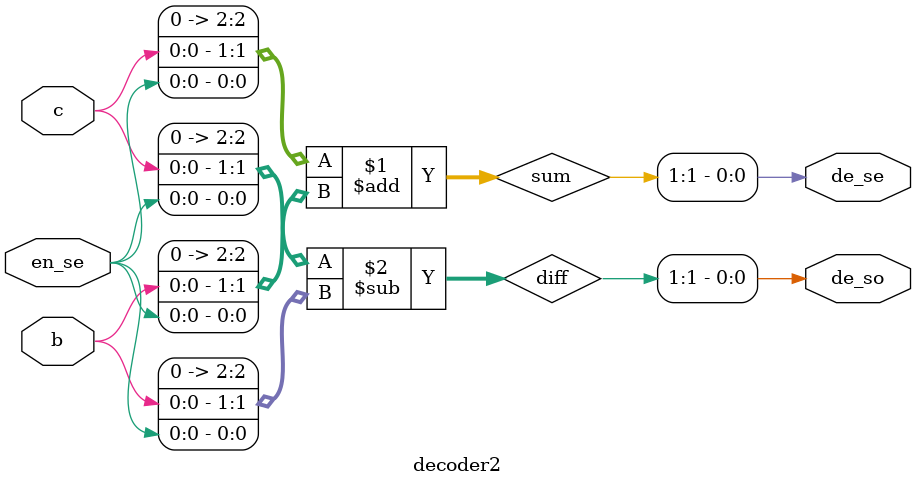
<source format=v>
module dff (clk, reset, Q, D);
input wire clk, reset, D;
output reg Q;

  always @(posedge clk) begin
    if (reset == 1'b1) begin
      Q <= 1'b0;
    end
    else begin
      Q <= D;
    end
  end

endmodule

module encoder
(input se, so,
output c, b, en_se, en_so);

	assign {c, en_se} = se + so;
	assign {b, en_so} = se - so;

endmodule

module decoder
(input c, b, en_se, en_so,
output de_se, de_so);

wire [2:0] sum, diff;
    assign sum[2:0] = {c, en_se} + {b, en_so};
    assign diff[2:0] = {c, en_se} - {b, en_so};
	assign de_se = sum[1];
	assign de_so = diff[1];

endmodule

module encoder2
(input se, so,
output c, b, en_se);

wire en_so;
	assign {c, en_se} = se + so;
	assign {b, en_so} = se - so;

endmodule

module decoder2
(input c, b, en_se,
output de_se, de_so);

wire [2:0] sum, diff;
    assign sum[2:0] = {c, en_se} + {b, en_se};
    assign diff[2:0] = {c, en_se} - {b, en_se};
	assign de_se = sum[1];
	assign de_so = diff[1];

endmodule


</source>
